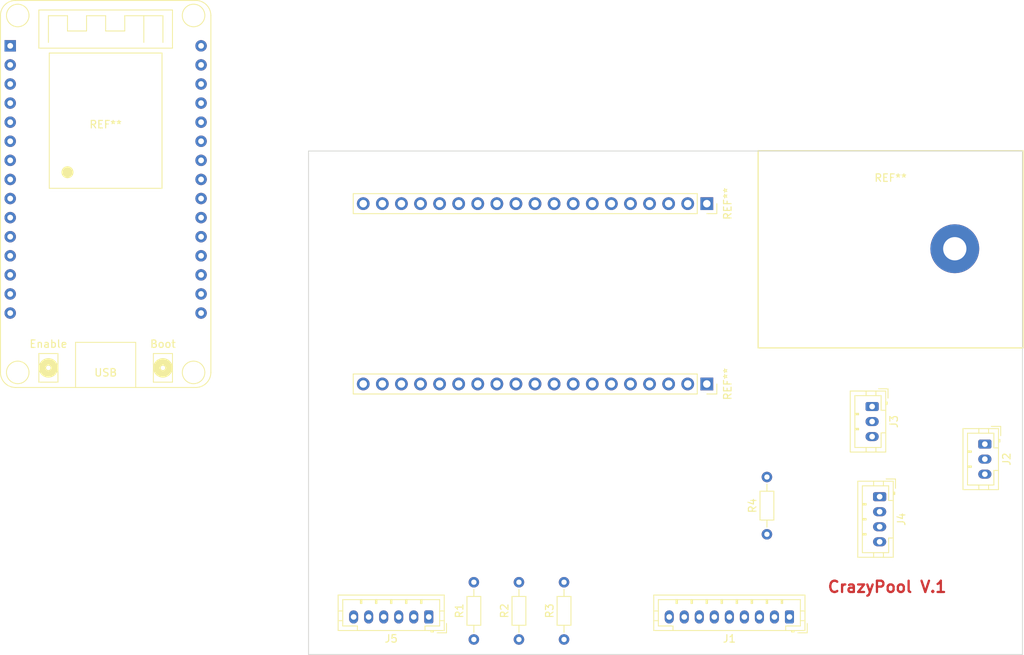
<source format=kicad_pcb>
(kicad_pcb (version 20171130) (host pcbnew "(5.1.8)-1")

  (general
    (thickness 1.6)
    (drawings 6)
    (tracks 0)
    (zones 0)
    (modules 13)
    (nets 18)
  )

  (page A4)
  (layers
    (0 F.Cu signal)
    (31 B.Cu signal)
    (32 B.Adhes user)
    (33 F.Adhes user)
    (34 B.Paste user)
    (35 F.Paste user)
    (36 B.SilkS user)
    (37 F.SilkS user)
    (38 B.Mask user)
    (39 F.Mask user)
    (40 Dwgs.User user)
    (41 Cmts.User user)
    (42 Eco1.User user)
    (43 Eco2.User user)
    (44 Edge.Cuts user)
    (45 Margin user)
    (46 B.CrtYd user)
    (47 F.CrtYd user)
    (48 B.Fab user)
    (49 F.Fab user hide)
  )

  (setup
    (last_trace_width 0.25)
    (trace_clearance 0.2)
    (zone_clearance 0.508)
    (zone_45_only no)
    (trace_min 0.2)
    (via_size 0.8)
    (via_drill 0.4)
    (via_min_size 0.4)
    (via_min_drill 0.3)
    (uvia_size 0.3)
    (uvia_drill 0.1)
    (uvias_allowed no)
    (uvia_min_size 0.2)
    (uvia_min_drill 0.1)
    (edge_width 0.05)
    (segment_width 0.2)
    (pcb_text_width 0.3)
    (pcb_text_size 1.5 1.5)
    (mod_edge_width 0.12)
    (mod_text_size 1 1)
    (mod_text_width 0.15)
    (pad_size 6.49732 6.49732)
    (pad_drill 3.0988)
    (pad_to_mask_clearance 0)
    (aux_axis_origin 0 0)
    (visible_elements FFFCF77F)
    (pcbplotparams
      (layerselection 0x010fc_ffffffff)
      (usegerberextensions false)
      (usegerberattributes true)
      (usegerberadvancedattributes true)
      (creategerberjobfile true)
      (excludeedgelayer true)
      (linewidth 0.100000)
      (plotframeref false)
      (viasonmask false)
      (mode 1)
      (useauxorigin false)
      (hpglpennumber 1)
      (hpglpenspeed 20)
      (hpglpendiameter 15.000000)
      (psnegative false)
      (psa4output false)
      (plotreference true)
      (plotvalue true)
      (plotinvisibletext false)
      (padsonsilk false)
      (subtractmaskfromsilk false)
      (outputformat 1)
      (mirror false)
      (drillshape 1)
      (scaleselection 1)
      (outputdirectory ""))
  )

  (net 0 "")
  (net 1 "Net-(A1-Pad28)")
  (net 2 "Net-(A1-Pad27)")
  (net 3 "Net-(A1-Pad26)")
  (net 4 "Net-(A1-Pad10)")
  (net 5 "Net-(A1-Pad25)")
  (net 6 "Net-(A1-Pad24)")
  (net 7 "Net-(A1-Pad23)")
  (net 8 GND)
  (net 9 "Net-(A1-Pad22)")
  (net 10 "Net-(A1-Pad21)")
  (net 11 +5V)
  (net 12 "Net-(A1-Pad20)")
  (net 13 +3V3)
  (net 14 "Net-(A1-Pad19)")
  (net 15 "Net-(A1-Pad18)")
  (net 16 "Net-(A1-Pad17)")
  (net 17 "Net-(J1-Pad1)")

  (net_class Default "This is the default net class."
    (clearance 0.2)
    (trace_width 0.25)
    (via_dia 0.8)
    (via_drill 0.4)
    (uvia_dia 0.3)
    (uvia_drill 0.1)
    (add_net +3V3)
    (add_net +5V)
    (add_net GND)
    (add_net "Net-(A1-Pad10)")
    (add_net "Net-(A1-Pad17)")
    (add_net "Net-(A1-Pad18)")
    (add_net "Net-(A1-Pad19)")
    (add_net "Net-(A1-Pad20)")
    (add_net "Net-(A1-Pad21)")
    (add_net "Net-(A1-Pad22)")
    (add_net "Net-(A1-Pad23)")
    (add_net "Net-(A1-Pad24)")
    (add_net "Net-(A1-Pad25)")
    (add_net "Net-(A1-Pad26)")
    (add_net "Net-(A1-Pad27)")
    (add_net "Net-(A1-Pad28)")
    (add_net "Net-(J1-Pad1)")
  )

  (module Connector_PinSocket_2.54mm:PinSocket_1x19_P2.54mm_Vertical (layer F.Cu) (tedit 5A19A430) (tstamp 5FC3B8B8)
    (at 133 81 270)
    (descr "Through hole straight socket strip, 1x19, 2.54mm pitch, single row (from Kicad 4.0.7), script generated")
    (tags "Through hole socket strip THT 1x19 2.54mm single row")
    (fp_text reference REF** (at 0 -2.77 90) (layer F.SilkS)
      (effects (font (size 1 1) (thickness 0.15)))
    )
    (fp_text value PinSocket_1x19_P2.54mm_Vertical (at 0 48.49 90) (layer F.Fab)
      (effects (font (size 1 1) (thickness 0.15)))
    )
    (fp_line (start -1.27 -1.27) (end 0.635 -1.27) (layer F.Fab) (width 0.1))
    (fp_line (start 0.635 -1.27) (end 1.27 -0.635) (layer F.Fab) (width 0.1))
    (fp_line (start 1.27 -0.635) (end 1.27 46.99) (layer F.Fab) (width 0.1))
    (fp_line (start 1.27 46.99) (end -1.27 46.99) (layer F.Fab) (width 0.1))
    (fp_line (start -1.27 46.99) (end -1.27 -1.27) (layer F.Fab) (width 0.1))
    (fp_line (start -1.33 1.27) (end 1.33 1.27) (layer F.SilkS) (width 0.12))
    (fp_line (start -1.33 1.27) (end -1.33 47.05) (layer F.SilkS) (width 0.12))
    (fp_line (start -1.33 47.05) (end 1.33 47.05) (layer F.SilkS) (width 0.12))
    (fp_line (start 1.33 1.27) (end 1.33 47.05) (layer F.SilkS) (width 0.12))
    (fp_line (start 1.33 -1.33) (end 1.33 0) (layer F.SilkS) (width 0.12))
    (fp_line (start 0 -1.33) (end 1.33 -1.33) (layer F.SilkS) (width 0.12))
    (fp_line (start -1.8 -1.8) (end 1.75 -1.8) (layer F.CrtYd) (width 0.05))
    (fp_line (start 1.75 -1.8) (end 1.75 47.5) (layer F.CrtYd) (width 0.05))
    (fp_line (start 1.75 47.5) (end -1.8 47.5) (layer F.CrtYd) (width 0.05))
    (fp_line (start -1.8 47.5) (end -1.8 -1.8) (layer F.CrtYd) (width 0.05))
    (fp_text user %R (at 0 22.86) (layer F.Fab)
      (effects (font (size 1 1) (thickness 0.15)))
    )
    (pad 1 thru_hole rect (at 0 0 270) (size 1.7 1.7) (drill 1) (layers *.Cu *.Mask))
    (pad 2 thru_hole oval (at 0 2.54 270) (size 1.7 1.7) (drill 1) (layers *.Cu *.Mask))
    (pad 3 thru_hole oval (at 0 5.08 270) (size 1.7 1.7) (drill 1) (layers *.Cu *.Mask))
    (pad 4 thru_hole oval (at 0 7.62 270) (size 1.7 1.7) (drill 1) (layers *.Cu *.Mask))
    (pad 5 thru_hole oval (at 0 10.16 270) (size 1.7 1.7) (drill 1) (layers *.Cu *.Mask))
    (pad 6 thru_hole oval (at 0 12.7 270) (size 1.7 1.7) (drill 1) (layers *.Cu *.Mask))
    (pad 7 thru_hole oval (at 0 15.24 270) (size 1.7 1.7) (drill 1) (layers *.Cu *.Mask))
    (pad 8 thru_hole oval (at 0 17.78 270) (size 1.7 1.7) (drill 1) (layers *.Cu *.Mask))
    (pad 9 thru_hole oval (at 0 20.32 270) (size 1.7 1.7) (drill 1) (layers *.Cu *.Mask))
    (pad 10 thru_hole oval (at 0 22.86 270) (size 1.7 1.7) (drill 1) (layers *.Cu *.Mask))
    (pad 11 thru_hole oval (at 0 25.4 270) (size 1.7 1.7) (drill 1) (layers *.Cu *.Mask))
    (pad 12 thru_hole oval (at 0 27.94 270) (size 1.7 1.7) (drill 1) (layers *.Cu *.Mask))
    (pad 13 thru_hole oval (at 0 30.48 270) (size 1.7 1.7) (drill 1) (layers *.Cu *.Mask))
    (pad 14 thru_hole oval (at 0 33.02 270) (size 1.7 1.7) (drill 1) (layers *.Cu *.Mask))
    (pad 15 thru_hole oval (at 0 35.56 270) (size 1.7 1.7) (drill 1) (layers *.Cu *.Mask))
    (pad 16 thru_hole oval (at 0 38.1 270) (size 1.7 1.7) (drill 1) (layers *.Cu *.Mask))
    (pad 17 thru_hole oval (at 0 40.64 270) (size 1.7 1.7) (drill 1) (layers *.Cu *.Mask))
    (pad 18 thru_hole oval (at 0 43.18 270) (size 1.7 1.7) (drill 1) (layers *.Cu *.Mask))
    (pad 19 thru_hole oval (at 0 45.72 270) (size 1.7 1.7) (drill 1) (layers *.Cu *.Mask))
    (model ${KISYS3DMOD}/Connector_PinSocket_2.54mm.3dshapes/PinSocket_1x19_P2.54mm_Vertical.wrl
      (at (xyz 0 0 0))
      (scale (xyz 1 1 1))
      (rotate (xyz 0 0 0))
    )
  )

  (module Connector_PinSocket_2.54mm:PinSocket_1x19_P2.54mm_Vertical (layer F.Cu) (tedit 5A19A430) (tstamp 5FC3B568)
    (at 133 57 270)
    (descr "Through hole straight socket strip, 1x19, 2.54mm pitch, single row (from Kicad 4.0.7), script generated")
    (tags "Through hole socket strip THT 1x19 2.54mm single row")
    (fp_text reference REF** (at 0 -2.77 90) (layer F.SilkS)
      (effects (font (size 1 1) (thickness 0.15)))
    )
    (fp_text value PinSocket_1x19_P2.54mm_Vertical (at 0 48.49 90) (layer F.Fab)
      (effects (font (size 1 1) (thickness 0.15)))
    )
    (fp_text user %R (at 0 22.86) (layer F.Fab)
      (effects (font (size 1 1) (thickness 0.15)))
    )
    (fp_line (start -1.27 -1.27) (end 0.635 -1.27) (layer F.Fab) (width 0.1))
    (fp_line (start 0.635 -1.27) (end 1.27 -0.635) (layer F.Fab) (width 0.1))
    (fp_line (start 1.27 -0.635) (end 1.27 46.99) (layer F.Fab) (width 0.1))
    (fp_line (start 1.27 46.99) (end -1.27 46.99) (layer F.Fab) (width 0.1))
    (fp_line (start -1.27 46.99) (end -1.27 -1.27) (layer F.Fab) (width 0.1))
    (fp_line (start -1.33 1.27) (end 1.33 1.27) (layer F.SilkS) (width 0.12))
    (fp_line (start -1.33 1.27) (end -1.33 47.05) (layer F.SilkS) (width 0.12))
    (fp_line (start -1.33 47.05) (end 1.33 47.05) (layer F.SilkS) (width 0.12))
    (fp_line (start 1.33 1.27) (end 1.33 47.05) (layer F.SilkS) (width 0.12))
    (fp_line (start 1.33 -1.33) (end 1.33 0) (layer F.SilkS) (width 0.12))
    (fp_line (start 0 -1.33) (end 1.33 -1.33) (layer F.SilkS) (width 0.12))
    (fp_line (start -1.8 -1.8) (end 1.75 -1.8) (layer F.CrtYd) (width 0.05))
    (fp_line (start 1.75 -1.8) (end 1.75 47.5) (layer F.CrtYd) (width 0.05))
    (fp_line (start 1.75 47.5) (end -1.8 47.5) (layer F.CrtYd) (width 0.05))
    (fp_line (start -1.8 47.5) (end -1.8 -1.8) (layer F.CrtYd) (width 0.05))
    (pad 19 thru_hole oval (at 0 45.72 270) (size 1.7 1.7) (drill 1) (layers *.Cu *.Mask))
    (pad 18 thru_hole oval (at 0 43.18 270) (size 1.7 1.7) (drill 1) (layers *.Cu *.Mask))
    (pad 17 thru_hole oval (at 0 40.64 270) (size 1.7 1.7) (drill 1) (layers *.Cu *.Mask))
    (pad 16 thru_hole oval (at 0 38.1 270) (size 1.7 1.7) (drill 1) (layers *.Cu *.Mask))
    (pad 15 thru_hole oval (at 0 35.56 270) (size 1.7 1.7) (drill 1) (layers *.Cu *.Mask))
    (pad 14 thru_hole oval (at 0 33.02 270) (size 1.7 1.7) (drill 1) (layers *.Cu *.Mask))
    (pad 13 thru_hole oval (at 0 30.48 270) (size 1.7 1.7) (drill 1) (layers *.Cu *.Mask))
    (pad 12 thru_hole oval (at 0 27.94 270) (size 1.7 1.7) (drill 1) (layers *.Cu *.Mask))
    (pad 11 thru_hole oval (at 0 25.4 270) (size 1.7 1.7) (drill 1) (layers *.Cu *.Mask))
    (pad 10 thru_hole oval (at 0 22.86 270) (size 1.7 1.7) (drill 1) (layers *.Cu *.Mask))
    (pad 9 thru_hole oval (at 0 20.32 270) (size 1.7 1.7) (drill 1) (layers *.Cu *.Mask))
    (pad 8 thru_hole oval (at 0 17.78 270) (size 1.7 1.7) (drill 1) (layers *.Cu *.Mask))
    (pad 7 thru_hole oval (at 0 15.24 270) (size 1.7 1.7) (drill 1) (layers *.Cu *.Mask))
    (pad 6 thru_hole oval (at 0 12.7 270) (size 1.7 1.7) (drill 1) (layers *.Cu *.Mask))
    (pad 5 thru_hole oval (at 0 10.16 270) (size 1.7 1.7) (drill 1) (layers *.Cu *.Mask))
    (pad 4 thru_hole oval (at 0 7.62 270) (size 1.7 1.7) (drill 1) (layers *.Cu *.Mask))
    (pad 3 thru_hole oval (at 0 5.08 270) (size 1.7 1.7) (drill 1) (layers *.Cu *.Mask))
    (pad 2 thru_hole oval (at 0 2.54 270) (size 1.7 1.7) (drill 1) (layers *.Cu *.Mask))
    (pad 1 thru_hole rect (at 0 0 270) (size 1.7 1.7) (drill 1) (layers *.Cu *.Mask))
    (model ${KISYS3DMOD}/Connector_PinSocket_2.54mm.3dshapes/PinSocket_1x19_P2.54mm_Vertical.wrl
      (at (xyz 0 0 0))
      (scale (xyz 1 1 1))
      (rotate (xyz 0 0 0))
    )
  )

  (module esp32_devkit_v1_doit:esp32_devkit_v1_doit (layer F.Cu) (tedit 5F4BBE44) (tstamp 5FC28CE6)
    (at 53 36)
    (descr "ESPWROOM32, ESP32, 30 GPIOs version")
    (attr smd)
    (fp_text reference REF** (at 0 10.47) (layer F.SilkS)
      (effects (font (size 1 1) (thickness 0.15)))
    )
    (fp_text value ESP32-DevKit-V1-DOIT (at 0 8.7) (layer F.Fab)
      (effects (font (size 1 1) (thickness 0.15)))
    )
    (fp_arc (start 12 43.46) (end 12 45.46) (angle -90) (layer F.SilkS) (width 0.12))
    (fp_arc (start -12 43.46) (end -14 43.46) (angle -90) (layer F.SilkS) (width 0.12))
    (fp_arc (start -12 -4.04) (end -12 -6.04) (angle -90) (layer F.SilkS) (width 0.12))
    (fp_arc (start 12 -4.04) (end 14 -4.04) (angle -90) (layer F.SilkS) (width 0.12))
    (fp_text user Enable (at -7.62 39.68) (layer F.SilkS)
      (effects (font (size 1 1) (thickness 0.15)))
    )
    (fp_text user Boot (at 7.62 39.68) (layer F.SilkS)
      (effects (font (size 1 1) (thickness 0.15)))
    )
    (fp_text user USB (at 0 43.49) (layer F.SilkS)
      (effects (font (size 1 1) (thickness 0.15)))
    )
    (fp_circle (center -11.7 -4.04) (end -10.2 -4.04) (layer F.SilkS) (width 0.12))
    (fp_circle (center 11.7 -4.04) (end 13.2 -4.04) (layer F.SilkS) (width 0.12))
    (fp_line (start 14 43.46) (end 14 -4.04) (layer F.SilkS) (width 0.12))
    (fp_line (start -14 -4.04) (end -14 43.46) (layer F.SilkS) (width 0.12))
    (fp_line (start -12 45.46) (end 12 45.46) (layer F.SilkS) (width 0.12))
    (fp_line (start -12 -6.04) (end 12 -6.04) (layer F.SilkS) (width 0.12))
    (fp_circle (center -11.7 43.46) (end -10.2 43.46) (layer F.SilkS) (width 0.12))
    (fp_circle (center 11.7 43.46) (end 13.2 43.46) (layer F.SilkS) (width 0.12))
    (fp_line (start -4 39.46) (end -4 45.46) (layer F.SilkS) (width 0.12))
    (fp_line (start 4 39.46) (end 4 45.46) (layer F.SilkS) (width 0.12))
    (fp_line (start -4 39.46) (end 4 39.46) (layer F.SilkS) (width 0.12))
    (fp_line (start -8.89 -4.77) (end 8.89 -4.77) (layer F.SilkS) (width 0.12))
    (fp_line (start 8.89 -4.77) (end 8.89 0.31) (layer F.SilkS) (width 0.12))
    (fp_line (start 8.89 0.31) (end -8.89 0.31) (layer F.SilkS) (width 0.12))
    (fp_line (start -8.89 0.31) (end -8.89 -4.77) (layer F.SilkS) (width 0.12))
    (fp_line (start -7.62 -0.452) (end -7.62 -4.008) (layer F.SilkS) (width 0.12))
    (fp_line (start -7.62 -4.008) (end -5.08 -4.008) (layer F.SilkS) (width 0.12))
    (fp_line (start -5.08 -4.008) (end -5.08 -1.976) (layer F.SilkS) (width 0.12))
    (fp_line (start -5.08 -1.976) (end -2.54 -1.976) (layer F.SilkS) (width 0.12))
    (fp_line (start -2.54 -1.976) (end -2.54 -4.008) (layer F.SilkS) (width 0.12))
    (fp_line (start -2.54 -4.008) (end 0 -4.008) (layer F.SilkS) (width 0.12))
    (fp_line (start 0 -4.008) (end 0 -1.976) (layer F.SilkS) (width 0.12))
    (fp_line (start 0 -1.976) (end 2.54 -1.976) (layer F.SilkS) (width 0.12))
    (fp_line (start 2.54 -1.976) (end 2.54 -4.008) (layer F.SilkS) (width 0.12))
    (fp_line (start 2.54 -4.008) (end 7.62 -4.008) (layer F.SilkS) (width 0.12))
    (fp_line (start 7.62 -4.008) (end 7.62 -0.452) (layer F.SilkS) (width 0.12))
    (fp_line (start 5.08 -4.008) (end 5.08 -0.452) (layer F.SilkS) (width 0.12))
    (fp_line (start -7.5 0.96) (end 7.5 0.96) (layer F.SilkS) (width 0.12))
    (fp_line (start 7.5 0.96) (end 7.5 18.96) (layer F.SilkS) (width 0.12))
    (fp_line (start 7.5 18.96) (end -7.5 18.96) (layer F.SilkS) (width 0.12))
    (fp_line (start -7.5 18.96) (end -7.5 0.96) (layer F.SilkS) (width 0.12))
    (fp_circle (center -5.08 16.82) (end -4.68 16.82) (layer F.SilkS) (width 0.8))
    (fp_line (start 6.35 40.95) (end 8.89 40.95) (layer F.SilkS) (width 0.12))
    (fp_line (start 8.89 40.95) (end 8.89 44.76) (layer F.SilkS) (width 0.12))
    (fp_line (start 8.89 44.76) (end 6.35 44.76) (layer F.SilkS) (width 0.12))
    (fp_line (start 6.35 44.76) (end 6.35 40.95) (layer F.SilkS) (width 0.12))
    (fp_line (start -6.35 44.76) (end -8.89 44.76) (layer F.SilkS) (width 0.12))
    (fp_line (start -8.89 44.76) (end -8.89 40.95) (layer F.SilkS) (width 0.12))
    (fp_line (start -8.89 40.95) (end -6.35 40.95) (layer F.SilkS) (width 0.12))
    (fp_line (start -6.35 40.95) (end -6.35 44.76) (layer F.SilkS) (width 0.12))
    (fp_circle (center -7.62 42.855) (end -7.32 42.855) (layer F.SilkS) (width 1))
    (fp_circle (center 7.62 42.855) (end 7.92 42.855) (layer F.SilkS) (width 1))
    (pad 30 thru_hole circle (at 12.7 0) (size 1.524 1.524) (drill 0.762) (layers *.Cu *.Mask))
    (pad 29 thru_hole circle (at 12.7 2.54) (size 1.524 1.524) (drill 0.762) (layers *.Cu *.Mask))
    (pad 28 thru_hole circle (at 12.7 5.08) (size 1.524 1.524) (drill 0.762) (layers *.Cu *.Mask))
    (pad 27 thru_hole circle (at 12.7 7.62) (size 1.524 1.524) (drill 0.762) (layers *.Cu *.Mask))
    (pad 26 thru_hole circle (at 12.7 10.16) (size 1.524 1.524) (drill 0.762) (layers *.Cu *.Mask))
    (pad 25 thru_hole circle (at 12.7 12.7) (size 1.524 1.524) (drill 0.762) (layers *.Cu *.Mask))
    (pad 24 thru_hole circle (at 12.7 15.24) (size 1.524 1.524) (drill 0.762) (layers *.Cu *.Mask))
    (pad 23 thru_hole circle (at 12.7 17.78) (size 1.524 1.524) (drill 0.762) (layers *.Cu *.Mask))
    (pad 22 thru_hole circle (at 12.7 20.32) (size 1.524 1.524) (drill 0.762) (layers *.Cu *.Mask))
    (pad 21 thru_hole circle (at 12.7 22.86) (size 1.524 1.524) (drill 0.762) (layers *.Cu *.Mask))
    (pad 20 thru_hole circle (at 12.7 25.4) (size 1.524 1.524) (drill 0.762) (layers *.Cu *.Mask))
    (pad 19 thru_hole circle (at 12.7 27.94) (size 1.524 1.524) (drill 0.762) (layers *.Cu *.Mask))
    (pad 18 thru_hole circle (at 12.7 30.48) (size 1.524 1.524) (drill 0.762) (layers *.Cu *.Mask))
    (pad 17 thru_hole circle (at 12.7 33.02) (size 1.524 1.524) (drill 0.762) (layers *.Cu *.Mask))
    (pad 16 thru_hole circle (at 12.7 35.56) (size 1.524 1.524) (drill 0.762) (layers *.Cu *.Mask))
    (pad 15 thru_hole circle (at -12.7 35.56) (size 1.524 1.524) (drill 0.762) (layers *.Cu *.Mask))
    (pad 14 thru_hole circle (at -12.7 33.02) (size 1.524 1.524) (drill 0.762) (layers *.Cu *.Mask))
    (pad 13 thru_hole circle (at -12.7 30.48) (size 1.524 1.524) (drill 0.762) (layers *.Cu *.Mask))
    (pad 12 thru_hole circle (at -12.7 27.94) (size 1.524 1.524) (drill 0.762) (layers *.Cu *.Mask))
    (pad 11 thru_hole circle (at -12.7 25.4) (size 1.524 1.524) (drill 0.762) (layers *.Cu *.Mask))
    (pad 10 thru_hole circle (at -12.7 22.86) (size 1.524 1.524) (drill 0.762) (layers *.Cu *.Mask))
    (pad 9 thru_hole circle (at -12.7 20.32) (size 1.524 1.524) (drill 0.762) (layers *.Cu *.Mask))
    (pad 8 thru_hole circle (at -12.7 17.78) (size 1.524 1.524) (drill 0.762) (layers *.Cu *.Mask))
    (pad 7 thru_hole circle (at -12.7 15.24) (size 1.524 1.524) (drill 0.762) (layers *.Cu *.Mask))
    (pad 6 thru_hole circle (at -12.7 12.7) (size 1.524 1.524) (drill 0.762) (layers *.Cu *.Mask))
    (pad 5 thru_hole circle (at -12.7 10.16) (size 1.524 1.524) (drill 0.762) (layers *.Cu *.Mask))
    (pad 4 thru_hole circle (at -12.7 7.62) (size 1.524 1.524) (drill 0.762) (layers *.Cu *.Mask))
    (pad 3 thru_hole circle (at -12.7 5.08) (size 1.524 1.524) (drill 0.762) (layers *.Cu *.Mask))
    (pad 2 thru_hole circle (at -12.7 2.54) (size 1.524 1.524) (drill 0.762) (layers *.Cu *.Mask))
    (pad 1 thru_hole rect (at -12.7 0) (size 1.524 1.524) (drill 0.762) (layers *.Cu *.Mask))
    (model ${KISYS3DMOD}/Button_Switch_SMD.3dshapes/SW_SPST_B3U-1000P-B.wrl
      (offset (xyz 7.5 -43 4))
      (scale (xyz 1 1 1))
      (rotate (xyz 0 0 90))
    )
    (model ${KISYS3DMOD}/Button_Switch_SMD.3dshapes/SW_SPST_B3U-1000P-B.wrl
      (offset (xyz -7.5 -43 4))
      (scale (xyz 1 1 1))
      (rotate (xyz 0 0 90))
    )
    (model ${KISYS3DMOD}/Connector_PinHeader_2.54mm.3dshapes/PinHeader_1x15_P2.54mm_Vertical.wrl
      (offset (xyz -12.7 0 2.5))
      (scale (xyz 1 1 1))
      (rotate (xyz 0 180 0))
    )
    (model ${KISYS3DMOD}/Connector_PinHeader_2.54mm.3dshapes/PinHeader_1x15_P2.54mm_Vertical.wrl
      (offset (xyz 12.7 0 2.5))
      (scale (xyz 1 1 1))
      (rotate (xyz 0 180 0))
    )
    (model ${VL_PACKAGES3D}/esp32_devkit_v1_doit.3dshapes/esp32_devkit_v1_doit.step
      (offset (xyz -12.7 0 2.5))
      (scale (xyz 1 1 1))
      (rotate (xyz 0 0 0))
    )
    (model ${KISYS3DMOD}/Connector_USB.3dshapes/USB_Micro-B_Molex_47346-0001.wrl
      (offset (xyz 0 -42 4))
      (scale (xyz 1 1 1))
      (rotate (xyz 0 0 0))
    )
    (model ${KISYS3DMOD}/LED_SMD.3dshapes/LED_1206_3216Metric.wrl
      (offset (xyz -6 -23 4))
      (scale (xyz 1 1 1))
      (rotate (xyz 0 0 -90))
    )
    (model ${KISYS3DMOD}/LED_SMD.3dshapes/LED_1206_3216Metric.wrl
      (offset (xyz 6 -23 4))
      (scale (xyz 1 1 1))
      (rotate (xyz 0 0 -90))
    )
    (model ${KISYS3DMOD}/Capacitor_Tantalum_SMD.3dshapes/CP_EIA-2012-15_AVX-P.wrl
      (offset (xyz -6.5 -27.5 4))
      (scale (xyz 1 1 1))
      (rotate (xyz 0 0 0))
    )
    (model ${KISYS3DMOD}/Package_TO_SOT_SMD.3dshapes/SOT-223.wrl
      (offset (xyz -6 -33 4))
      (scale (xyz 1 1 1))
      (rotate (xyz 0 0 -180))
    )
    (model ${KISYS3DMOD}/Resistor_SMD.3dshapes/R_0603_1608Metric.wrl
      (offset (xyz -7 -38.5 4))
      (scale (xyz 1 1 1))
      (rotate (xyz 0 0 0))
    )
    (model ${KISYS3DMOD}/Resistor_SMD.3dshapes/R_0603_1608Metric.wrl
      (offset (xyz 8.5 -38.5 4))
      (scale (xyz 1 1 1))
      (rotate (xyz 0 0 0))
    )
    (model ${KISYS3DMOD}/Resistor_SMD.3dshapes/R_0603_1608Metric.wrl
      (offset (xyz 5.5 -38.5 4))
      (scale (xyz 1 1 1))
      (rotate (xyz 0 0 0))
    )
    (model ${KISYS3DMOD}/Package_TO_SOT_SMD.3dshapes/SOT-23.wrl
      (offset (xyz -0.5 -27.5 4))
      (scale (xyz 1 1 1))
      (rotate (xyz 0 0 0))
    )
    (model ${KISYS3DMOD}/Package_TO_SOT_SMD.3dshapes/SOT-23.wrl
      (offset (xyz 6 -27.5 4))
      (scale (xyz 1 1 1))
      (rotate (xyz 0 0 -180))
    )
    (model ${KISYS3DMOD}/Resistor_SMD.3dshapes/R_0603_1608Metric.wrl
      (offset (xyz 9 -27.5 4))
      (scale (xyz 1 1 1))
      (rotate (xyz 0 0 90))
    )
    (model ${KISYS3DMOD}/Resistor_SMD.3dshapes/R_0603_1608Metric.wrl
      (offset (xyz -3.5 -27.5 4))
      (scale (xyz 1 1 1))
      (rotate (xyz 0 0 90))
    )
    (model ${KISYS3DMOD}/Capacitor_SMD.3dshapes/C_0603_1608Metric.wrl
      (offset (xyz -0.5 -38.5 4))
      (scale (xyz 1 1 1))
      (rotate (xyz 0 0 0))
    )
    (model ${KISYS3DMOD}/Diode_SMD.3dshapes/D_0603_1608Metric.wrl
      (offset (xyz -3 -38.5 4))
      (scale (xyz 1 1 1))
      (rotate (xyz 0 0 0))
    )
    (model ${KISYS3DMOD}/Resistor_SMD.3dshapes/R_0603_1608Metric.wrl
      (offset (xyz -3 -23 4))
      (scale (xyz 1 1 1))
      (rotate (xyz 0 0 90))
    )
    (model ${KISYS3DMOD}/Resistor_SMD.3dshapes/R_0603_1608Metric.wrl
      (offset (xyz -1.5 -23 4))
      (scale (xyz 1 1 1))
      (rotate (xyz 0 0 90))
    )
    (model ${KISYS3DMOD}/Resistor_SMD.3dshapes/R_0603_1608Metric.wrl
      (offset (xyz 0 -23 4))
      (scale (xyz 1 1 1))
      (rotate (xyz 0 0 90))
    )
    (model ${KISYS3DMOD}/Resistor_SMD.3dshapes/R_0603_1608Metric.wrl
      (offset (xyz 1.5 -23 4))
      (scale (xyz 1 1 1))
      (rotate (xyz 0 0 90))
    )
    (model ${KISYS3DMOD}/Resistor_SMD.3dshapes/R_0603_1608Metric.wrl
      (offset (xyz 3 -23 4))
      (scale (xyz 1 1 1))
      (rotate (xyz 0 0 90))
    )
    (model ${KISYS3DMOD}/Package_DFN_QFN.3dshapes/QFN-28-1EP_5x5mm_P0.5mm_EP3.35x3.35mm.wrl
      (offset (xyz 7 -33.5 4))
      (scale (xyz 1 1 1))
      (rotate (xyz 0 0 0))
    )
    (model ${KISYS3DMOD}/Resistor_SMD.3dshapes/R_0603_1608Metric.wrl
      (offset (xyz 8.5 -22 4))
      (scale (xyz 1 1 1))
      (rotate (xyz 0 0 0))
    )
    (model ${KISYS3DMOD}/Resistor_SMD.3dshapes/R_0603_1608Metric.wrl
      (offset (xyz 8.5 -24 4))
      (scale (xyz 1 1 1))
      (rotate (xyz 0 0 0))
    )
    (model ${KISYS3DMOD}/Capacitor_SMD.3dshapes/C_0603_1608Metric.wrl
      (offset (xyz -8.5 -22 4))
      (scale (xyz 1 1 1))
      (rotate (xyz 0 0 0))
    )
    (model ${KISYS3DMOD}/Capacitor_SMD.3dshapes/C_0603_1608Metric.wrl
      (offset (xyz -8.5 -24 4))
      (scale (xyz 1 1 1))
      (rotate (xyz 0 0 0))
    )
    (model ${KISYS3DMOD}/RF_Module.3dshapes/ESP32-WROOM-32.wrl
      (offset (xyz 0 -10 4))
      (scale (xyz 1 1 1))
      (rotate (xyz 0 0 0))
    )
  )

  (module Heatsink:Heatsink_35x26mm_1xFixation3mm_Fischer-SK486-35 (layer F.Cu) (tedit 5FB906EE) (tstamp 5FB90D01)
    (at 166 63)
    (descr "Heatsink, 35mm x 26mm, 1x Fixation 3mm, Fischer SK486-35")
    (tags heatsink)
    (fp_text reference REF** (at -8.54 -9.42) (layer F.SilkS)
      (effects (font (size 1 1) (thickness 0.15)))
    )
    (fp_text value Heatsink_35x26mm_1xFixation3mm_Fischer-SK486-35 (at -8.54 8.08) (layer F.Fab)
      (effects (font (size 1 1) (thickness 0.15)))
    )
    (fp_text user %R (at -8.54 -6.67) (layer F.Fab)
      (effects (font (size 1 1) (thickness 0.15)))
    )
    (fp_line (start -26.17 13.2) (end 9.08 13.2) (layer F.SilkS) (width 0.15))
    (fp_line (start 9.08 13.2) (end 9.08 -13.04) (layer F.SilkS) (width 0.15))
    (fp_line (start 9.08 -13.04) (end -26.17 -13.04) (layer F.SilkS) (width 0.15))
    (fp_line (start -26.17 -13.04) (end -26.17 13.2) (layer F.SilkS) (width 0.15))
    (fp_line (start -26.29 -13.17) (end 9.21 -13.17) (layer F.CrtYd) (width 0.05))
    (fp_line (start -26.29 -13.17) (end -26.29 13.33) (layer F.CrtYd) (width 0.05))
    (fp_line (start 9.21 13.33) (end 9.21 -13.17) (layer F.CrtYd) (width 0.05))
    (fp_line (start 9.21 13.33) (end -26.29 13.33) (layer F.CrtYd) (width 0.05))
    (fp_line (start 8.96 -12.92) (end 8.96 13.08) (layer F.Fab) (width 0.1))
    (fp_line (start 8.96 13.08) (end -26.04 13.08) (layer F.Fab) (width 0.1))
    (fp_line (start -26.04 13.08) (end -26.04 -12.92) (layer F.Fab) (width 0.1))
    (fp_line (start -26.04 -12.92) (end 8.96 -12.92) (layer F.Fab) (width 0.1))
    (pad "" thru_hole circle (at 0 0) (size 6.49732 6.49732) (drill 3.0988) (layers *.Cu *.Mask))
    (model ${KISYS3DMOD}/Heatsink.3dshapes/Heatsink_35x26mm_1xFixation3mm_Fischer-SK486-35.wrl
      (at (xyz 0 0 0))
      (scale (xyz 1 1 1))
      (rotate (xyz 0 0 0))
    )
  )

  (module Resistor_THT:R_Axial_DIN0204_L3.6mm_D1.6mm_P7.62mm_Horizontal (layer F.Cu) (tedit 5AE5139B) (tstamp 5FB7A1BA)
    (at 141 101 90)
    (descr "Resistor, Axial_DIN0204 series, Axial, Horizontal, pin pitch=7.62mm, 0.167W, length*diameter=3.6*1.6mm^2, http://cdn-reichelt.de/documents/datenblatt/B400/1_4W%23YAG.pdf")
    (tags "Resistor Axial_DIN0204 series Axial Horizontal pin pitch 7.62mm 0.167W length 3.6mm diameter 1.6mm")
    (path /5FB48064)
    (fp_text reference R4 (at 3.81 -1.92 90) (layer F.SilkS)
      (effects (font (size 1 1) (thickness 0.15)))
    )
    (fp_text value 220 (at 3.81 1.92 90) (layer F.Fab)
      (effects (font (size 1 1) (thickness 0.15)))
    )
    (fp_text user %R (at 3.81 0 90) (layer F.Fab)
      (effects (font (size 0.72 0.72) (thickness 0.108)))
    )
    (fp_line (start 2.01 -0.8) (end 2.01 0.8) (layer F.Fab) (width 0.1))
    (fp_line (start 2.01 0.8) (end 5.61 0.8) (layer F.Fab) (width 0.1))
    (fp_line (start 5.61 0.8) (end 5.61 -0.8) (layer F.Fab) (width 0.1))
    (fp_line (start 5.61 -0.8) (end 2.01 -0.8) (layer F.Fab) (width 0.1))
    (fp_line (start 0 0) (end 2.01 0) (layer F.Fab) (width 0.1))
    (fp_line (start 7.62 0) (end 5.61 0) (layer F.Fab) (width 0.1))
    (fp_line (start 1.89 -0.92) (end 1.89 0.92) (layer F.SilkS) (width 0.12))
    (fp_line (start 1.89 0.92) (end 5.73 0.92) (layer F.SilkS) (width 0.12))
    (fp_line (start 5.73 0.92) (end 5.73 -0.92) (layer F.SilkS) (width 0.12))
    (fp_line (start 5.73 -0.92) (end 1.89 -0.92) (layer F.SilkS) (width 0.12))
    (fp_line (start 0.94 0) (end 1.89 0) (layer F.SilkS) (width 0.12))
    (fp_line (start 6.68 0) (end 5.73 0) (layer F.SilkS) (width 0.12))
    (fp_line (start -0.95 -1.05) (end -0.95 1.05) (layer F.CrtYd) (width 0.05))
    (fp_line (start -0.95 1.05) (end 8.57 1.05) (layer F.CrtYd) (width 0.05))
    (fp_line (start 8.57 1.05) (end 8.57 -1.05) (layer F.CrtYd) (width 0.05))
    (fp_line (start 8.57 -1.05) (end -0.95 -1.05) (layer F.CrtYd) (width 0.05))
    (pad 2 thru_hole oval (at 7.62 0 90) (size 1.4 1.4) (drill 0.7) (layers *.Cu *.Mask)
      (net 11 +5V))
    (pad 1 thru_hole circle (at 0 0 90) (size 1.4 1.4) (drill 0.7) (layers *.Cu *.Mask)
      (net 17 "Net-(J1-Pad1)"))
    (model ${KISYS3DMOD}/Resistor_THT.3dshapes/R_Axial_DIN0204_L3.6mm_D1.6mm_P7.62mm_Horizontal.wrl
      (at (xyz 0 0 0))
      (scale (xyz 1 1 1))
      (rotate (xyz 0 0 0))
    )
  )

  (module Resistor_THT:R_Axial_DIN0204_L3.6mm_D1.6mm_P7.62mm_Horizontal (layer F.Cu) (tedit 5AE5139B) (tstamp 5FB80983)
    (at 114 115 90)
    (descr "Resistor, Axial_DIN0204 series, Axial, Horizontal, pin pitch=7.62mm, 0.167W, length*diameter=3.6*1.6mm^2, http://cdn-reichelt.de/documents/datenblatt/B400/1_4W%23YAG.pdf")
    (tags "Resistor Axial_DIN0204 series Axial Horizontal pin pitch 7.62mm 0.167W length 3.6mm diameter 1.6mm")
    (path /5FBE4657)
    (fp_text reference R3 (at 3.81 -1.92 90) (layer F.SilkS)
      (effects (font (size 1 1) (thickness 0.15)))
    )
    (fp_text value 10K (at 3.81 1.92 90) (layer F.Fab)
      (effects (font (size 1 1) (thickness 0.15)))
    )
    (fp_text user %R (at 3.81 0 90) (layer F.Fab)
      (effects (font (size 0.72 0.72) (thickness 0.108)))
    )
    (fp_line (start 2.01 -0.8) (end 2.01 0.8) (layer F.Fab) (width 0.1))
    (fp_line (start 2.01 0.8) (end 5.61 0.8) (layer F.Fab) (width 0.1))
    (fp_line (start 5.61 0.8) (end 5.61 -0.8) (layer F.Fab) (width 0.1))
    (fp_line (start 5.61 -0.8) (end 2.01 -0.8) (layer F.Fab) (width 0.1))
    (fp_line (start 0 0) (end 2.01 0) (layer F.Fab) (width 0.1))
    (fp_line (start 7.62 0) (end 5.61 0) (layer F.Fab) (width 0.1))
    (fp_line (start 1.89 -0.92) (end 1.89 0.92) (layer F.SilkS) (width 0.12))
    (fp_line (start 1.89 0.92) (end 5.73 0.92) (layer F.SilkS) (width 0.12))
    (fp_line (start 5.73 0.92) (end 5.73 -0.92) (layer F.SilkS) (width 0.12))
    (fp_line (start 5.73 -0.92) (end 1.89 -0.92) (layer F.SilkS) (width 0.12))
    (fp_line (start 0.94 0) (end 1.89 0) (layer F.SilkS) (width 0.12))
    (fp_line (start 6.68 0) (end 5.73 0) (layer F.SilkS) (width 0.12))
    (fp_line (start -0.95 -1.05) (end -0.95 1.05) (layer F.CrtYd) (width 0.05))
    (fp_line (start -0.95 1.05) (end 8.57 1.05) (layer F.CrtYd) (width 0.05))
    (fp_line (start 8.57 1.05) (end 8.57 -1.05) (layer F.CrtYd) (width 0.05))
    (fp_line (start 8.57 -1.05) (end -0.95 -1.05) (layer F.CrtYd) (width 0.05))
    (pad 2 thru_hole oval (at 7.62 0 90) (size 1.4 1.4) (drill 0.7) (layers *.Cu *.Mask)
      (net 8 GND))
    (pad 1 thru_hole circle (at 0 0 90) (size 1.4 1.4) (drill 0.7) (layers *.Cu *.Mask)
      (net 14 "Net-(A1-Pad19)"))
    (model ${KISYS3DMOD}/Resistor_THT.3dshapes/R_Axial_DIN0204_L3.6mm_D1.6mm_P7.62mm_Horizontal.wrl
      (at (xyz 0 0 0))
      (scale (xyz 1 1 1))
      (rotate (xyz 0 0 0))
    )
  )

  (module Resistor_THT:R_Axial_DIN0204_L3.6mm_D1.6mm_P7.62mm_Horizontal (layer F.Cu) (tedit 5AE5139B) (tstamp 5FB7A18C)
    (at 108 115 90)
    (descr "Resistor, Axial_DIN0204 series, Axial, Horizontal, pin pitch=7.62mm, 0.167W, length*diameter=3.6*1.6mm^2, http://cdn-reichelt.de/documents/datenblatt/B400/1_4W%23YAG.pdf")
    (tags "Resistor Axial_DIN0204 series Axial Horizontal pin pitch 7.62mm 0.167W length 3.6mm diameter 1.6mm")
    (path /5FBE3DCF)
    (fp_text reference R2 (at 3.81 -1.92 90) (layer F.SilkS)
      (effects (font (size 1 1) (thickness 0.15)))
    )
    (fp_text value 10K (at 3.81 1.92 90) (layer F.Fab)
      (effects (font (size 1 1) (thickness 0.15)))
    )
    (fp_text user %R (at 3.81 0 90) (layer F.Fab)
      (effects (font (size 0.72 0.72) (thickness 0.108)))
    )
    (fp_line (start 2.01 -0.8) (end 2.01 0.8) (layer F.Fab) (width 0.1))
    (fp_line (start 2.01 0.8) (end 5.61 0.8) (layer F.Fab) (width 0.1))
    (fp_line (start 5.61 0.8) (end 5.61 -0.8) (layer F.Fab) (width 0.1))
    (fp_line (start 5.61 -0.8) (end 2.01 -0.8) (layer F.Fab) (width 0.1))
    (fp_line (start 0 0) (end 2.01 0) (layer F.Fab) (width 0.1))
    (fp_line (start 7.62 0) (end 5.61 0) (layer F.Fab) (width 0.1))
    (fp_line (start 1.89 -0.92) (end 1.89 0.92) (layer F.SilkS) (width 0.12))
    (fp_line (start 1.89 0.92) (end 5.73 0.92) (layer F.SilkS) (width 0.12))
    (fp_line (start 5.73 0.92) (end 5.73 -0.92) (layer F.SilkS) (width 0.12))
    (fp_line (start 5.73 -0.92) (end 1.89 -0.92) (layer F.SilkS) (width 0.12))
    (fp_line (start 0.94 0) (end 1.89 0) (layer F.SilkS) (width 0.12))
    (fp_line (start 6.68 0) (end 5.73 0) (layer F.SilkS) (width 0.12))
    (fp_line (start -0.95 -1.05) (end -0.95 1.05) (layer F.CrtYd) (width 0.05))
    (fp_line (start -0.95 1.05) (end 8.57 1.05) (layer F.CrtYd) (width 0.05))
    (fp_line (start 8.57 1.05) (end 8.57 -1.05) (layer F.CrtYd) (width 0.05))
    (fp_line (start 8.57 -1.05) (end -0.95 -1.05) (layer F.CrtYd) (width 0.05))
    (pad 2 thru_hole oval (at 7.62 0 90) (size 1.4 1.4) (drill 0.7) (layers *.Cu *.Mask)
      (net 8 GND))
    (pad 1 thru_hole circle (at 0 0 90) (size 1.4 1.4) (drill 0.7) (layers *.Cu *.Mask)
      (net 15 "Net-(A1-Pad18)"))
    (model ${KISYS3DMOD}/Resistor_THT.3dshapes/R_Axial_DIN0204_L3.6mm_D1.6mm_P7.62mm_Horizontal.wrl
      (at (xyz 0 0 0))
      (scale (xyz 1 1 1))
      (rotate (xyz 0 0 0))
    )
  )

  (module Resistor_THT:R_Axial_DIN0204_L3.6mm_D1.6mm_P7.62mm_Horizontal (layer F.Cu) (tedit 5AE5139B) (tstamp 5FB7A175)
    (at 102 115 90)
    (descr "Resistor, Axial_DIN0204 series, Axial, Horizontal, pin pitch=7.62mm, 0.167W, length*diameter=3.6*1.6mm^2, http://cdn-reichelt.de/documents/datenblatt/B400/1_4W%23YAG.pdf")
    (tags "Resistor Axial_DIN0204 series Axial Horizontal pin pitch 7.62mm 0.167W length 3.6mm diameter 1.6mm")
    (path /5FB46847)
    (fp_text reference R1 (at 3.81 -1.92 90) (layer F.SilkS)
      (effects (font (size 1 1) (thickness 0.15)))
    )
    (fp_text value 10K (at 3.81 1.92 90) (layer F.Fab)
      (effects (font (size 1 1) (thickness 0.15)))
    )
    (fp_text user %R (at 3.81 0 90) (layer F.Fab)
      (effects (font (size 0.72 0.72) (thickness 0.108)))
    )
    (fp_line (start 2.01 -0.8) (end 2.01 0.8) (layer F.Fab) (width 0.1))
    (fp_line (start 2.01 0.8) (end 5.61 0.8) (layer F.Fab) (width 0.1))
    (fp_line (start 5.61 0.8) (end 5.61 -0.8) (layer F.Fab) (width 0.1))
    (fp_line (start 5.61 -0.8) (end 2.01 -0.8) (layer F.Fab) (width 0.1))
    (fp_line (start 0 0) (end 2.01 0) (layer F.Fab) (width 0.1))
    (fp_line (start 7.62 0) (end 5.61 0) (layer F.Fab) (width 0.1))
    (fp_line (start 1.89 -0.92) (end 1.89 0.92) (layer F.SilkS) (width 0.12))
    (fp_line (start 1.89 0.92) (end 5.73 0.92) (layer F.SilkS) (width 0.12))
    (fp_line (start 5.73 0.92) (end 5.73 -0.92) (layer F.SilkS) (width 0.12))
    (fp_line (start 5.73 -0.92) (end 1.89 -0.92) (layer F.SilkS) (width 0.12))
    (fp_line (start 0.94 0) (end 1.89 0) (layer F.SilkS) (width 0.12))
    (fp_line (start 6.68 0) (end 5.73 0) (layer F.SilkS) (width 0.12))
    (fp_line (start -0.95 -1.05) (end -0.95 1.05) (layer F.CrtYd) (width 0.05))
    (fp_line (start -0.95 1.05) (end 8.57 1.05) (layer F.CrtYd) (width 0.05))
    (fp_line (start 8.57 1.05) (end 8.57 -1.05) (layer F.CrtYd) (width 0.05))
    (fp_line (start 8.57 -1.05) (end -0.95 -1.05) (layer F.CrtYd) (width 0.05))
    (pad 2 thru_hole oval (at 7.62 0 90) (size 1.4 1.4) (drill 0.7) (layers *.Cu *.Mask)
      (net 8 GND))
    (pad 1 thru_hole circle (at 0 0 90) (size 1.4 1.4) (drill 0.7) (layers *.Cu *.Mask)
      (net 16 "Net-(A1-Pad17)"))
    (model ${KISYS3DMOD}/Resistor_THT.3dshapes/R_Axial_DIN0204_L3.6mm_D1.6mm_P7.62mm_Horizontal.wrl
      (at (xyz 0 0 0))
      (scale (xyz 1 1 1))
      (rotate (xyz 0 0 0))
    )
  )

  (module Connector_JST:JST_PH_B6B-PH-K_1x06_P2.00mm_Vertical (layer F.Cu) (tedit 5B7745C2) (tstamp 5FB7A15E)
    (at 96 112 180)
    (descr "JST PH series connector, B6B-PH-K (http://www.jst-mfg.com/product/pdf/eng/ePH.pdf), generated with kicad-footprint-generator")
    (tags "connector JST PH side entry")
    (path /5FCC35E3)
    (fp_text reference J5 (at 5 -2.9) (layer F.SilkS)
      (effects (font (size 1 1) (thickness 0.15)))
    )
    (fp_text value "SW_PUSH x3" (at 5 4) (layer F.Fab)
      (effects (font (size 1 1) (thickness 0.15)))
    )
    (fp_text user %R (at 5 1.5) (layer F.Fab)
      (effects (font (size 1 1) (thickness 0.15)))
    )
    (fp_line (start -2.06 -1.81) (end -2.06 2.91) (layer F.SilkS) (width 0.12))
    (fp_line (start -2.06 2.91) (end 12.06 2.91) (layer F.SilkS) (width 0.12))
    (fp_line (start 12.06 2.91) (end 12.06 -1.81) (layer F.SilkS) (width 0.12))
    (fp_line (start 12.06 -1.81) (end -2.06 -1.81) (layer F.SilkS) (width 0.12))
    (fp_line (start -0.3 -1.81) (end -0.3 -2.01) (layer F.SilkS) (width 0.12))
    (fp_line (start -0.3 -2.01) (end -0.6 -2.01) (layer F.SilkS) (width 0.12))
    (fp_line (start -0.6 -2.01) (end -0.6 -1.81) (layer F.SilkS) (width 0.12))
    (fp_line (start -0.3 -1.91) (end -0.6 -1.91) (layer F.SilkS) (width 0.12))
    (fp_line (start 0.5 -1.81) (end 0.5 -1.2) (layer F.SilkS) (width 0.12))
    (fp_line (start 0.5 -1.2) (end -1.45 -1.2) (layer F.SilkS) (width 0.12))
    (fp_line (start -1.45 -1.2) (end -1.45 2.3) (layer F.SilkS) (width 0.12))
    (fp_line (start -1.45 2.3) (end 11.45 2.3) (layer F.SilkS) (width 0.12))
    (fp_line (start 11.45 2.3) (end 11.45 -1.2) (layer F.SilkS) (width 0.12))
    (fp_line (start 11.45 -1.2) (end 9.5 -1.2) (layer F.SilkS) (width 0.12))
    (fp_line (start 9.5 -1.2) (end 9.5 -1.81) (layer F.SilkS) (width 0.12))
    (fp_line (start -2.06 -0.5) (end -1.45 -0.5) (layer F.SilkS) (width 0.12))
    (fp_line (start -2.06 0.8) (end -1.45 0.8) (layer F.SilkS) (width 0.12))
    (fp_line (start 12.06 -0.5) (end 11.45 -0.5) (layer F.SilkS) (width 0.12))
    (fp_line (start 12.06 0.8) (end 11.45 0.8) (layer F.SilkS) (width 0.12))
    (fp_line (start 0.9 2.3) (end 0.9 1.8) (layer F.SilkS) (width 0.12))
    (fp_line (start 0.9 1.8) (end 1.1 1.8) (layer F.SilkS) (width 0.12))
    (fp_line (start 1.1 1.8) (end 1.1 2.3) (layer F.SilkS) (width 0.12))
    (fp_line (start 1 2.3) (end 1 1.8) (layer F.SilkS) (width 0.12))
    (fp_line (start 2.9 2.3) (end 2.9 1.8) (layer F.SilkS) (width 0.12))
    (fp_line (start 2.9 1.8) (end 3.1 1.8) (layer F.SilkS) (width 0.12))
    (fp_line (start 3.1 1.8) (end 3.1 2.3) (layer F.SilkS) (width 0.12))
    (fp_line (start 3 2.3) (end 3 1.8) (layer F.SilkS) (width 0.12))
    (fp_line (start 4.9 2.3) (end 4.9 1.8) (layer F.SilkS) (width 0.12))
    (fp_line (start 4.9 1.8) (end 5.1 1.8) (layer F.SilkS) (width 0.12))
    (fp_line (start 5.1 1.8) (end 5.1 2.3) (layer F.SilkS) (width 0.12))
    (fp_line (start 5 2.3) (end 5 1.8) (layer F.SilkS) (width 0.12))
    (fp_line (start 6.9 2.3) (end 6.9 1.8) (layer F.SilkS) (width 0.12))
    (fp_line (start 6.9 1.8) (end 7.1 1.8) (layer F.SilkS) (width 0.12))
    (fp_line (start 7.1 1.8) (end 7.1 2.3) (layer F.SilkS) (width 0.12))
    (fp_line (start 7 2.3) (end 7 1.8) (layer F.SilkS) (width 0.12))
    (fp_line (start 8.9 2.3) (end 8.9 1.8) (layer F.SilkS) (width 0.12))
    (fp_line (start 8.9 1.8) (end 9.1 1.8) (layer F.SilkS) (width 0.12))
    (fp_line (start 9.1 1.8) (end 9.1 2.3) (layer F.SilkS) (width 0.12))
    (fp_line (start 9 2.3) (end 9 1.8) (layer F.SilkS) (width 0.12))
    (fp_line (start -1.11 -2.11) (end -2.36 -2.11) (layer F.SilkS) (width 0.12))
    (fp_line (start -2.36 -2.11) (end -2.36 -0.86) (layer F.SilkS) (width 0.12))
    (fp_line (start -1.11 -2.11) (end -2.36 -2.11) (layer F.Fab) (width 0.1))
    (fp_line (start -2.36 -2.11) (end -2.36 -0.86) (layer F.Fab) (width 0.1))
    (fp_line (start -1.95 -1.7) (end -1.95 2.8) (layer F.Fab) (width 0.1))
    (fp_line (start -1.95 2.8) (end 11.95 2.8) (layer F.Fab) (width 0.1))
    (fp_line (start 11.95 2.8) (end 11.95 -1.7) (layer F.Fab) (width 0.1))
    (fp_line (start 11.95 -1.7) (end -1.95 -1.7) (layer F.Fab) (width 0.1))
    (fp_line (start -2.45 -2.2) (end -2.45 3.3) (layer F.CrtYd) (width 0.05))
    (fp_line (start -2.45 3.3) (end 12.45 3.3) (layer F.CrtYd) (width 0.05))
    (fp_line (start 12.45 3.3) (end 12.45 -2.2) (layer F.CrtYd) (width 0.05))
    (fp_line (start 12.45 -2.2) (end -2.45 -2.2) (layer F.CrtYd) (width 0.05))
    (pad 6 thru_hole oval (at 10 0 180) (size 1.2 1.75) (drill 0.75) (layers *.Cu *.Mask)
      (net 14 "Net-(A1-Pad19)"))
    (pad 5 thru_hole oval (at 8 0 180) (size 1.2 1.75) (drill 0.75) (layers *.Cu *.Mask)
      (net 15 "Net-(A1-Pad18)"))
    (pad 4 thru_hole oval (at 6 0 180) (size 1.2 1.75) (drill 0.75) (layers *.Cu *.Mask)
      (net 16 "Net-(A1-Pad17)"))
    (pad 3 thru_hole oval (at 4 0 180) (size 1.2 1.75) (drill 0.75) (layers *.Cu *.Mask)
      (net 13 +3V3))
    (pad 2 thru_hole oval (at 2 0 180) (size 1.2 1.75) (drill 0.75) (layers *.Cu *.Mask)
      (net 13 +3V3))
    (pad 1 thru_hole roundrect (at 0 0 180) (size 1.2 1.75) (drill 0.75) (layers *.Cu *.Mask) (roundrect_rratio 0.208333)
      (net 13 +3V3))
    (model ${KISYS3DMOD}/Connector_JST.3dshapes/JST_PH_B6B-PH-K_1x06_P2.00mm_Vertical.wrl
      (at (xyz 0 0 0))
      (scale (xyz 1 1 1))
      (rotate (xyz 0 0 0))
    )
  )

  (module Connector_JST:JST_PH_B4B-PH-K_1x04_P2.00mm_Vertical (layer F.Cu) (tedit 5B7745C2) (tstamp 5FB7A120)
    (at 156 96 270)
    (descr "JST PH series connector, B4B-PH-K (http://www.jst-mfg.com/product/pdf/eng/ePH.pdf), generated with kicad-footprint-generator")
    (tags "connector JST PH side entry")
    (path /5FB5A1B8)
    (fp_text reference J4 (at 3 -2.9 90) (layer F.SilkS)
      (effects (font (size 1 1) (thickness 0.15)))
    )
    (fp_text value "Bornier Pzem" (at 3 4 90) (layer F.Fab)
      (effects (font (size 1 1) (thickness 0.15)))
    )
    (fp_text user %R (at 3 1.5 90) (layer F.Fab)
      (effects (font (size 1 1) (thickness 0.15)))
    )
    (fp_line (start -2.06 -1.81) (end -2.06 2.91) (layer F.SilkS) (width 0.12))
    (fp_line (start -2.06 2.91) (end 8.06 2.91) (layer F.SilkS) (width 0.12))
    (fp_line (start 8.06 2.91) (end 8.06 -1.81) (layer F.SilkS) (width 0.12))
    (fp_line (start 8.06 -1.81) (end -2.06 -1.81) (layer F.SilkS) (width 0.12))
    (fp_line (start -0.3 -1.81) (end -0.3 -2.01) (layer F.SilkS) (width 0.12))
    (fp_line (start -0.3 -2.01) (end -0.6 -2.01) (layer F.SilkS) (width 0.12))
    (fp_line (start -0.6 -2.01) (end -0.6 -1.81) (layer F.SilkS) (width 0.12))
    (fp_line (start -0.3 -1.91) (end -0.6 -1.91) (layer F.SilkS) (width 0.12))
    (fp_line (start 0.5 -1.81) (end 0.5 -1.2) (layer F.SilkS) (width 0.12))
    (fp_line (start 0.5 -1.2) (end -1.45 -1.2) (layer F.SilkS) (width 0.12))
    (fp_line (start -1.45 -1.2) (end -1.45 2.3) (layer F.SilkS) (width 0.12))
    (fp_line (start -1.45 2.3) (end 7.45 2.3) (layer F.SilkS) (width 0.12))
    (fp_line (start 7.45 2.3) (end 7.45 -1.2) (layer F.SilkS) (width 0.12))
    (fp_line (start 7.45 -1.2) (end 5.5 -1.2) (layer F.SilkS) (width 0.12))
    (fp_line (start 5.5 -1.2) (end 5.5 -1.81) (layer F.SilkS) (width 0.12))
    (fp_line (start -2.06 -0.5) (end -1.45 -0.5) (layer F.SilkS) (width 0.12))
    (fp_line (start -2.06 0.8) (end -1.45 0.8) (layer F.SilkS) (width 0.12))
    (fp_line (start 8.06 -0.5) (end 7.45 -0.5) (layer F.SilkS) (width 0.12))
    (fp_line (start 8.06 0.8) (end 7.45 0.8) (layer F.SilkS) (width 0.12))
    (fp_line (start 0.9 2.3) (end 0.9 1.8) (layer F.SilkS) (width 0.12))
    (fp_line (start 0.9 1.8) (end 1.1 1.8) (layer F.SilkS) (width 0.12))
    (fp_line (start 1.1 1.8) (end 1.1 2.3) (layer F.SilkS) (width 0.12))
    (fp_line (start 1 2.3) (end 1 1.8) (layer F.SilkS) (width 0.12))
    (fp_line (start 2.9 2.3) (end 2.9 1.8) (layer F.SilkS) (width 0.12))
    (fp_line (start 2.9 1.8) (end 3.1 1.8) (layer F.SilkS) (width 0.12))
    (fp_line (start 3.1 1.8) (end 3.1 2.3) (layer F.SilkS) (width 0.12))
    (fp_line (start 3 2.3) (end 3 1.8) (layer F.SilkS) (width 0.12))
    (fp_line (start 4.9 2.3) (end 4.9 1.8) (layer F.SilkS) (width 0.12))
    (fp_line (start 4.9 1.8) (end 5.1 1.8) (layer F.SilkS) (width 0.12))
    (fp_line (start 5.1 1.8) (end 5.1 2.3) (layer F.SilkS) (width 0.12))
    (fp_line (start 5 2.3) (end 5 1.8) (layer F.SilkS) (width 0.12))
    (fp_line (start -1.11 -2.11) (end -2.36 -2.11) (layer F.SilkS) (width 0.12))
    (fp_line (start -2.36 -2.11) (end -2.36 -0.86) (layer F.SilkS) (width 0.12))
    (fp_line (start -1.11 -2.11) (end -2.36 -2.11) (layer F.Fab) (width 0.1))
    (fp_line (start -2.36 -2.11) (end -2.36 -0.86) (layer F.Fab) (width 0.1))
    (fp_line (start -1.95 -1.7) (end -1.95 2.8) (layer F.Fab) (width 0.1))
    (fp_line (start -1.95 2.8) (end 7.95 2.8) (layer F.Fab) (width 0.1))
    (fp_line (start 7.95 2.8) (end 7.95 -1.7) (layer F.Fab) (width 0.1))
    (fp_line (start 7.95 -1.7) (end -1.95 -1.7) (layer F.Fab) (width 0.1))
    (fp_line (start -2.45 -2.2) (end -2.45 3.3) (layer F.CrtYd) (width 0.05))
    (fp_line (start -2.45 3.3) (end 8.45 3.3) (layer F.CrtYd) (width 0.05))
    (fp_line (start 8.45 3.3) (end 8.45 -2.2) (layer F.CrtYd) (width 0.05))
    (fp_line (start 8.45 -2.2) (end -2.45 -2.2) (layer F.CrtYd) (width 0.05))
    (pad 4 thru_hole oval (at 6 0 270) (size 1.2 1.75) (drill 0.75) (layers *.Cu *.Mask)
      (net 11 +5V))
    (pad 3 thru_hole oval (at 4 0 270) (size 1.2 1.75) (drill 0.75) (layers *.Cu *.Mask)
      (net 2 "Net-(A1-Pad27)"))
    (pad 2 thru_hole oval (at 2 0 270) (size 1.2 1.75) (drill 0.75) (layers *.Cu *.Mask)
      (net 3 "Net-(A1-Pad26)"))
    (pad 1 thru_hole roundrect (at 0 0 270) (size 1.2 1.75) (drill 0.75) (layers *.Cu *.Mask) (roundrect_rratio 0.208333)
      (net 8 GND))
    (model ${KISYS3DMOD}/Connector_JST.3dshapes/JST_PH_B4B-PH-K_1x04_P2.00mm_Vertical.wrl
      (at (xyz 0 0 0))
      (scale (xyz 1 1 1))
      (rotate (xyz 0 0 0))
    )
  )

  (module Connector_JST:JST_PH_B3B-PH-K_1x03_P2.00mm_Vertical (layer F.Cu) (tedit 5B7745C2) (tstamp 5FB7A0EC)
    (at 155 84 270)
    (descr "JST PH series connector, B3B-PH-K (http://www.jst-mfg.com/product/pdf/eng/ePH.pdf), generated with kicad-footprint-generator")
    (tags "connector JST PH side entry")
    (path /5FB5830F)
    (fp_text reference J3 (at 2 -2.9 90) (layer F.SilkS)
      (effects (font (size 1 1) (thickness 0.15)))
    )
    (fp_text value "Bornier Ph" (at 2 4 90) (layer F.Fab)
      (effects (font (size 1 1) (thickness 0.15)))
    )
    (fp_text user %R (at 2 1.5 90) (layer F.Fab)
      (effects (font (size 1 1) (thickness 0.15)))
    )
    (fp_line (start -2.06 -1.81) (end -2.06 2.91) (layer F.SilkS) (width 0.12))
    (fp_line (start -2.06 2.91) (end 6.06 2.91) (layer F.SilkS) (width 0.12))
    (fp_line (start 6.06 2.91) (end 6.06 -1.81) (layer F.SilkS) (width 0.12))
    (fp_line (start 6.06 -1.81) (end -2.06 -1.81) (layer F.SilkS) (width 0.12))
    (fp_line (start -0.3 -1.81) (end -0.3 -2.01) (layer F.SilkS) (width 0.12))
    (fp_line (start -0.3 -2.01) (end -0.6 -2.01) (layer F.SilkS) (width 0.12))
    (fp_line (start -0.6 -2.01) (end -0.6 -1.81) (layer F.SilkS) (width 0.12))
    (fp_line (start -0.3 -1.91) (end -0.6 -1.91) (layer F.SilkS) (width 0.12))
    (fp_line (start 0.5 -1.81) (end 0.5 -1.2) (layer F.SilkS) (width 0.12))
    (fp_line (start 0.5 -1.2) (end -1.45 -1.2) (layer F.SilkS) (width 0.12))
    (fp_line (start -1.45 -1.2) (end -1.45 2.3) (layer F.SilkS) (width 0.12))
    (fp_line (start -1.45 2.3) (end 5.45 2.3) (layer F.SilkS) (width 0.12))
    (fp_line (start 5.45 2.3) (end 5.45 -1.2) (layer F.SilkS) (width 0.12))
    (fp_line (start 5.45 -1.2) (end 3.5 -1.2) (layer F.SilkS) (width 0.12))
    (fp_line (start 3.5 -1.2) (end 3.5 -1.81) (layer F.SilkS) (width 0.12))
    (fp_line (start -2.06 -0.5) (end -1.45 -0.5) (layer F.SilkS) (width 0.12))
    (fp_line (start -2.06 0.8) (end -1.45 0.8) (layer F.SilkS) (width 0.12))
    (fp_line (start 6.06 -0.5) (end 5.45 -0.5) (layer F.SilkS) (width 0.12))
    (fp_line (start 6.06 0.8) (end 5.45 0.8) (layer F.SilkS) (width 0.12))
    (fp_line (start 0.9 2.3) (end 0.9 1.8) (layer F.SilkS) (width 0.12))
    (fp_line (start 0.9 1.8) (end 1.1 1.8) (layer F.SilkS) (width 0.12))
    (fp_line (start 1.1 1.8) (end 1.1 2.3) (layer F.SilkS) (width 0.12))
    (fp_line (start 1 2.3) (end 1 1.8) (layer F.SilkS) (width 0.12))
    (fp_line (start 2.9 2.3) (end 2.9 1.8) (layer F.SilkS) (width 0.12))
    (fp_line (start 2.9 1.8) (end 3.1 1.8) (layer F.SilkS) (width 0.12))
    (fp_line (start 3.1 1.8) (end 3.1 2.3) (layer F.SilkS) (width 0.12))
    (fp_line (start 3 2.3) (end 3 1.8) (layer F.SilkS) (width 0.12))
    (fp_line (start -1.11 -2.11) (end -2.36 -2.11) (layer F.SilkS) (width 0.12))
    (fp_line (start -2.36 -2.11) (end -2.36 -0.86) (layer F.SilkS) (width 0.12))
    (fp_line (start -1.11 -2.11) (end -2.36 -2.11) (layer F.Fab) (width 0.1))
    (fp_line (start -2.36 -2.11) (end -2.36 -0.86) (layer F.Fab) (width 0.1))
    (fp_line (start -1.95 -1.7) (end -1.95 2.8) (layer F.Fab) (width 0.1))
    (fp_line (start -1.95 2.8) (end 5.95 2.8) (layer F.Fab) (width 0.1))
    (fp_line (start 5.95 2.8) (end 5.95 -1.7) (layer F.Fab) (width 0.1))
    (fp_line (start 5.95 -1.7) (end -1.95 -1.7) (layer F.Fab) (width 0.1))
    (fp_line (start -2.45 -2.2) (end -2.45 3.3) (layer F.CrtYd) (width 0.05))
    (fp_line (start -2.45 3.3) (end 6.45 3.3) (layer F.CrtYd) (width 0.05))
    (fp_line (start 6.45 3.3) (end 6.45 -2.2) (layer F.CrtYd) (width 0.05))
    (fp_line (start 6.45 -2.2) (end -2.45 -2.2) (layer F.CrtYd) (width 0.05))
    (pad 3 thru_hole oval (at 4 0 270) (size 1.2 1.75) (drill 0.75) (layers *.Cu *.Mask)
      (net 8 GND))
    (pad 2 thru_hole oval (at 2 0 270) (size 1.2 1.75) (drill 0.75) (layers *.Cu *.Mask)
      (net 13 +3V3))
    (pad 1 thru_hole roundrect (at 0 0 270) (size 1.2 1.75) (drill 0.75) (layers *.Cu *.Mask) (roundrect_rratio 0.208333)
      (net 4 "Net-(A1-Pad10)"))
    (model ${KISYS3DMOD}/Connector_JST.3dshapes/JST_PH_B3B-PH-K_1x03_P2.00mm_Vertical.wrl
      (at (xyz 0 0 0))
      (scale (xyz 1 1 1))
      (rotate (xyz 0 0 0))
    )
  )

  (module Connector_JST:JST_PH_B3B-PH-K_1x03_P2.00mm_Vertical (layer F.Cu) (tedit 5B7745C2) (tstamp 5FB7A0BD)
    (at 170 89 270)
    (descr "JST PH series connector, B3B-PH-K (http://www.jst-mfg.com/product/pdf/eng/ePH.pdf), generated with kicad-footprint-generator")
    (tags "connector JST PH side entry")
    (path /5FB5A06C)
    (fp_text reference J2 (at 2 -2.9 90) (layer F.SilkS)
      (effects (font (size 1 1) (thickness 0.15)))
    )
    (fp_text value "Bornier Temp" (at 2 4 90) (layer F.Fab)
      (effects (font (size 1 1) (thickness 0.15)))
    )
    (fp_text user %R (at 2 1.5 90) (layer F.Fab)
      (effects (font (size 1 1) (thickness 0.15)))
    )
    (fp_line (start -2.06 -1.81) (end -2.06 2.91) (layer F.SilkS) (width 0.12))
    (fp_line (start -2.06 2.91) (end 6.06 2.91) (layer F.SilkS) (width 0.12))
    (fp_line (start 6.06 2.91) (end 6.06 -1.81) (layer F.SilkS) (width 0.12))
    (fp_line (start 6.06 -1.81) (end -2.06 -1.81) (layer F.SilkS) (width 0.12))
    (fp_line (start -0.3 -1.81) (end -0.3 -2.01) (layer F.SilkS) (width 0.12))
    (fp_line (start -0.3 -2.01) (end -0.6 -2.01) (layer F.SilkS) (width 0.12))
    (fp_line (start -0.6 -2.01) (end -0.6 -1.81) (layer F.SilkS) (width 0.12))
    (fp_line (start -0.3 -1.91) (end -0.6 -1.91) (layer F.SilkS) (width 0.12))
    (fp_line (start 0.5 -1.81) (end 0.5 -1.2) (layer F.SilkS) (width 0.12))
    (fp_line (start 0.5 -1.2) (end -1.45 -1.2) (layer F.SilkS) (width 0.12))
    (fp_line (start -1.45 -1.2) (end -1.45 2.3) (layer F.SilkS) (width 0.12))
    (fp_line (start -1.45 2.3) (end 5.45 2.3) (layer F.SilkS) (width 0.12))
    (fp_line (start 5.45 2.3) (end 5.45 -1.2) (layer F.SilkS) (width 0.12))
    (fp_line (start 5.45 -1.2) (end 3.5 -1.2) (layer F.SilkS) (width 0.12))
    (fp_line (start 3.5 -1.2) (end 3.5 -1.81) (layer F.SilkS) (width 0.12))
    (fp_line (start -2.06 -0.5) (end -1.45 -0.5) (layer F.SilkS) (width 0.12))
    (fp_line (start -2.06 0.8) (end -1.45 0.8) (layer F.SilkS) (width 0.12))
    (fp_line (start 6.06 -0.5) (end 5.45 -0.5) (layer F.SilkS) (width 0.12))
    (fp_line (start 6.06 0.8) (end 5.45 0.8) (layer F.SilkS) (width 0.12))
    (fp_line (start 0.9 2.3) (end 0.9 1.8) (layer F.SilkS) (width 0.12))
    (fp_line (start 0.9 1.8) (end 1.1 1.8) (layer F.SilkS) (width 0.12))
    (fp_line (start 1.1 1.8) (end 1.1 2.3) (layer F.SilkS) (width 0.12))
    (fp_line (start 1 2.3) (end 1 1.8) (layer F.SilkS) (width 0.12))
    (fp_line (start 2.9 2.3) (end 2.9 1.8) (layer F.SilkS) (width 0.12))
    (fp_line (start 2.9 1.8) (end 3.1 1.8) (layer F.SilkS) (width 0.12))
    (fp_line (start 3.1 1.8) (end 3.1 2.3) (layer F.SilkS) (width 0.12))
    (fp_line (start 3 2.3) (end 3 1.8) (layer F.SilkS) (width 0.12))
    (fp_line (start -1.11 -2.11) (end -2.36 -2.11) (layer F.SilkS) (width 0.12))
    (fp_line (start -2.36 -2.11) (end -2.36 -0.86) (layer F.SilkS) (width 0.12))
    (fp_line (start -1.11 -2.11) (end -2.36 -2.11) (layer F.Fab) (width 0.1))
    (fp_line (start -2.36 -2.11) (end -2.36 -0.86) (layer F.Fab) (width 0.1))
    (fp_line (start -1.95 -1.7) (end -1.95 2.8) (layer F.Fab) (width 0.1))
    (fp_line (start -1.95 2.8) (end 5.95 2.8) (layer F.Fab) (width 0.1))
    (fp_line (start 5.95 2.8) (end 5.95 -1.7) (layer F.Fab) (width 0.1))
    (fp_line (start 5.95 -1.7) (end -1.95 -1.7) (layer F.Fab) (width 0.1))
    (fp_line (start -2.45 -2.2) (end -2.45 3.3) (layer F.CrtYd) (width 0.05))
    (fp_line (start -2.45 3.3) (end 6.45 3.3) (layer F.CrtYd) (width 0.05))
    (fp_line (start 6.45 3.3) (end 6.45 -2.2) (layer F.CrtYd) (width 0.05))
    (fp_line (start 6.45 -2.2) (end -2.45 -2.2) (layer F.CrtYd) (width 0.05))
    (pad 3 thru_hole oval (at 4 0 270) (size 1.2 1.75) (drill 0.75) (layers *.Cu *.Mask)
      (net 8 GND))
    (pad 2 thru_hole oval (at 2 0 270) (size 1.2 1.75) (drill 0.75) (layers *.Cu *.Mask)
      (net 13 +3V3))
    (pad 1 thru_hole roundrect (at 0 0 270) (size 1.2 1.75) (drill 0.75) (layers *.Cu *.Mask) (roundrect_rratio 0.208333)
      (net 1 "Net-(A1-Pad28)"))
    (model ${KISYS3DMOD}/Connector_JST.3dshapes/JST_PH_B3B-PH-K_1x03_P2.00mm_Vertical.wrl
      (at (xyz 0 0 0))
      (scale (xyz 1 1 1))
      (rotate (xyz 0 0 0))
    )
  )

  (module Connector_JST:JST_PH_B9B-PH-K_1x09_P2.00mm_Vertical (layer F.Cu) (tedit 5B7745C2) (tstamp 5FB7A08E)
    (at 144 112 180)
    (descr "JST PH series connector, B9B-PH-K (http://www.jst-mfg.com/product/pdf/eng/ePH.pdf), generated with kicad-footprint-generator")
    (tags "connector JST PH side entry")
    (path /5FCA8868)
    (fp_text reference J1 (at 8 -2.9) (layer F.SilkS)
      (effects (font (size 1 1) (thickness 0.15)))
    )
    (fp_text value "Bornier LCD" (at 8 4) (layer F.Fab)
      (effects (font (size 1 1) (thickness 0.15)))
    )
    (fp_text user %R (at 8 1.5) (layer F.Fab)
      (effects (font (size 1 1) (thickness 0.15)))
    )
    (fp_line (start -2.06 -1.81) (end -2.06 2.91) (layer F.SilkS) (width 0.12))
    (fp_line (start -2.06 2.91) (end 18.06 2.91) (layer F.SilkS) (width 0.12))
    (fp_line (start 18.06 2.91) (end 18.06 -1.81) (layer F.SilkS) (width 0.12))
    (fp_line (start 18.06 -1.81) (end -2.06 -1.81) (layer F.SilkS) (width 0.12))
    (fp_line (start -0.3 -1.81) (end -0.3 -2.01) (layer F.SilkS) (width 0.12))
    (fp_line (start -0.3 -2.01) (end -0.6 -2.01) (layer F.SilkS) (width 0.12))
    (fp_line (start -0.6 -2.01) (end -0.6 -1.81) (layer F.SilkS) (width 0.12))
    (fp_line (start -0.3 -1.91) (end -0.6 -1.91) (layer F.SilkS) (width 0.12))
    (fp_line (start 0.5 -1.81) (end 0.5 -1.2) (layer F.SilkS) (width 0.12))
    (fp_line (start 0.5 -1.2) (end -1.45 -1.2) (layer F.SilkS) (width 0.12))
    (fp_line (start -1.45 -1.2) (end -1.45 2.3) (layer F.SilkS) (width 0.12))
    (fp_line (start -1.45 2.3) (end 17.45 2.3) (layer F.SilkS) (width 0.12))
    (fp_line (start 17.45 2.3) (end 17.45 -1.2) (layer F.SilkS) (width 0.12))
    (fp_line (start 17.45 -1.2) (end 15.5 -1.2) (layer F.SilkS) (width 0.12))
    (fp_line (start 15.5 -1.2) (end 15.5 -1.81) (layer F.SilkS) (width 0.12))
    (fp_line (start -2.06 -0.5) (end -1.45 -0.5) (layer F.SilkS) (width 0.12))
    (fp_line (start -2.06 0.8) (end -1.45 0.8) (layer F.SilkS) (width 0.12))
    (fp_line (start 18.06 -0.5) (end 17.45 -0.5) (layer F.SilkS) (width 0.12))
    (fp_line (start 18.06 0.8) (end 17.45 0.8) (layer F.SilkS) (width 0.12))
    (fp_line (start 0.9 2.3) (end 0.9 1.8) (layer F.SilkS) (width 0.12))
    (fp_line (start 0.9 1.8) (end 1.1 1.8) (layer F.SilkS) (width 0.12))
    (fp_line (start 1.1 1.8) (end 1.1 2.3) (layer F.SilkS) (width 0.12))
    (fp_line (start 1 2.3) (end 1 1.8) (layer F.SilkS) (width 0.12))
    (fp_line (start 2.9 2.3) (end 2.9 1.8) (layer F.SilkS) (width 0.12))
    (fp_line (start 2.9 1.8) (end 3.1 1.8) (layer F.SilkS) (width 0.12))
    (fp_line (start 3.1 1.8) (end 3.1 2.3) (layer F.SilkS) (width 0.12))
    (fp_line (start 3 2.3) (end 3 1.8) (layer F.SilkS) (width 0.12))
    (fp_line (start 4.9 2.3) (end 4.9 1.8) (layer F.SilkS) (width 0.12))
    (fp_line (start 4.9 1.8) (end 5.1 1.8) (layer F.SilkS) (width 0.12))
    (fp_line (start 5.1 1.8) (end 5.1 2.3) (layer F.SilkS) (width 0.12))
    (fp_line (start 5 2.3) (end 5 1.8) (layer F.SilkS) (width 0.12))
    (fp_line (start 6.9 2.3) (end 6.9 1.8) (layer F.SilkS) (width 0.12))
    (fp_line (start 6.9 1.8) (end 7.1 1.8) (layer F.SilkS) (width 0.12))
    (fp_line (start 7.1 1.8) (end 7.1 2.3) (layer F.SilkS) (width 0.12))
    (fp_line (start 7 2.3) (end 7 1.8) (layer F.SilkS) (width 0.12))
    (fp_line (start 8.9 2.3) (end 8.9 1.8) (layer F.SilkS) (width 0.12))
    (fp_line (start 8.9 1.8) (end 9.1 1.8) (layer F.SilkS) (width 0.12))
    (fp_line (start 9.1 1.8) (end 9.1 2.3) (layer F.SilkS) (width 0.12))
    (fp_line (start 9 2.3) (end 9 1.8) (layer F.SilkS) (width 0.12))
    (fp_line (start 10.9 2.3) (end 10.9 1.8) (layer F.SilkS) (width 0.12))
    (fp_line (start 10.9 1.8) (end 11.1 1.8) (layer F.SilkS) (width 0.12))
    (fp_line (start 11.1 1.8) (end 11.1 2.3) (layer F.SilkS) (width 0.12))
    (fp_line (start 11 2.3) (end 11 1.8) (layer F.SilkS) (width 0.12))
    (fp_line (start 12.9 2.3) (end 12.9 1.8) (layer F.SilkS) (width 0.12))
    (fp_line (start 12.9 1.8) (end 13.1 1.8) (layer F.SilkS) (width 0.12))
    (fp_line (start 13.1 1.8) (end 13.1 2.3) (layer F.SilkS) (width 0.12))
    (fp_line (start 13 2.3) (end 13 1.8) (layer F.SilkS) (width 0.12))
    (fp_line (start 14.9 2.3) (end 14.9 1.8) (layer F.SilkS) (width 0.12))
    (fp_line (start 14.9 1.8) (end 15.1 1.8) (layer F.SilkS) (width 0.12))
    (fp_line (start 15.1 1.8) (end 15.1 2.3) (layer F.SilkS) (width 0.12))
    (fp_line (start 15 2.3) (end 15 1.8) (layer F.SilkS) (width 0.12))
    (fp_line (start -1.11 -2.11) (end -2.36 -2.11) (layer F.SilkS) (width 0.12))
    (fp_line (start -2.36 -2.11) (end -2.36 -0.86) (layer F.SilkS) (width 0.12))
    (fp_line (start -1.11 -2.11) (end -2.36 -2.11) (layer F.Fab) (width 0.1))
    (fp_line (start -2.36 -2.11) (end -2.36 -0.86) (layer F.Fab) (width 0.1))
    (fp_line (start -1.95 -1.7) (end -1.95 2.8) (layer F.Fab) (width 0.1))
    (fp_line (start -1.95 2.8) (end 17.95 2.8) (layer F.Fab) (width 0.1))
    (fp_line (start 17.95 2.8) (end 17.95 -1.7) (layer F.Fab) (width 0.1))
    (fp_line (start 17.95 -1.7) (end -1.95 -1.7) (layer F.Fab) (width 0.1))
    (fp_line (start -2.45 -2.2) (end -2.45 3.3) (layer F.CrtYd) (width 0.05))
    (fp_line (start -2.45 3.3) (end 18.45 3.3) (layer F.CrtYd) (width 0.05))
    (fp_line (start 18.45 3.3) (end 18.45 -2.2) (layer F.CrtYd) (width 0.05))
    (fp_line (start 18.45 -2.2) (end -2.45 -2.2) (layer F.CrtYd) (width 0.05))
    (pad 9 thru_hole oval (at 16 0 180) (size 1.2 1.75) (drill 0.75) (layers *.Cu *.Mask)
      (net 8 GND))
    (pad 8 thru_hole oval (at 14 0 180) (size 1.2 1.75) (drill 0.75) (layers *.Cu *.Mask)
      (net 5 "Net-(A1-Pad25)"))
    (pad 7 thru_hole oval (at 12 0 180) (size 1.2 1.75) (drill 0.75) (layers *.Cu *.Mask)
      (net 6 "Net-(A1-Pad24)"))
    (pad 6 thru_hole oval (at 10 0 180) (size 1.2 1.75) (drill 0.75) (layers *.Cu *.Mask)
      (net 7 "Net-(A1-Pad23)"))
    (pad 5 thru_hole oval (at 8 0 180) (size 1.2 1.75) (drill 0.75) (layers *.Cu *.Mask)
      (net 9 "Net-(A1-Pad22)"))
    (pad 4 thru_hole oval (at 6 0 180) (size 1.2 1.75) (drill 0.75) (layers *.Cu *.Mask)
      (net 10 "Net-(A1-Pad21)"))
    (pad 3 thru_hole oval (at 4 0 180) (size 1.2 1.75) (drill 0.75) (layers *.Cu *.Mask)
      (net 12 "Net-(A1-Pad20)"))
    (pad 2 thru_hole oval (at 2 0 180) (size 1.2 1.75) (drill 0.75) (layers *.Cu *.Mask)
      (net 11 +5V))
    (pad 1 thru_hole roundrect (at 0 0 180) (size 1.2 1.75) (drill 0.75) (layers *.Cu *.Mask) (roundrect_rratio 0.208333)
      (net 17 "Net-(J1-Pad1)"))
    (model ${KISYS3DMOD}/Connector_JST.3dshapes/JST_PH_B9B-PH-K_1x09_P2.00mm_Vertical.wrl
      (at (xyz 0 0 0))
      (scale (xyz 1 1 1))
      (rotate (xyz 0 0 0))
    )
  )

  (gr_text "Hervé BONTEMPS" (at 159 112) (layer Eco1.User)
    (effects (font (size 1.5 1.5) (thickness 0.3)))
  )
  (gr_text "CrazyPool V.1" (at 157 108) (layer F.Cu)
    (effects (font (size 1.5 1.5) (thickness 0.3)))
  )
  (gr_line (start 175 50) (end 175 117) (layer Edge.Cuts) (width 0.1))
  (gr_line (start 80 50) (end 175 50) (layer Edge.Cuts) (width 0.1))
  (gr_line (start 80 117) (end 80 50) (layer Edge.Cuts) (width 0.1))
  (gr_line (start 175 117) (end 80 117) (layer Edge.Cuts) (width 0.1))

)

</source>
